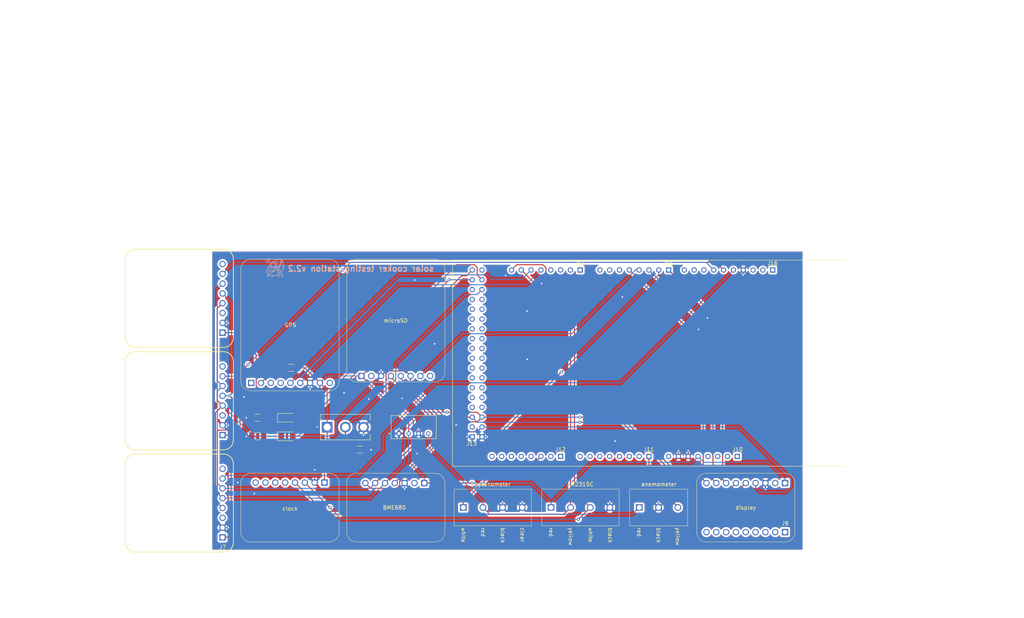
<source format=kicad_pcb>
(kicad_pcb (version 20240108) (generator "pcbnew") (generator_version "8.0")
  (layers (0 "F.Cu" signal) (31 "B.Cu" signal) (34 "B.Paste" user) (35 "F.Paste" user) (36 "B.SilkS" user "B.Silkscreen") (37 "F.SilkS" user "F.Silkscreen") (38 "B.Mask" user) (39 "F.Mask" user) (44 "Edge.Cuts" user))
  (net 0 "")
  (net 1 "Net-(D1-K)")
  (net 2 "GND")
  (net 3 "Net-(D2-K)")
  (net 4 "/D4")
  (net 5 "/MISO")
  (net 6 "/MOSI")
  (net 7 "/SCK")
  (net 8 "+5V")
  (net 9 "/SDA")
  (net 10 "/SCL")
  (net 11 "+9V")
  (net 12 "/A0")
  (net 13 "/D6")
  (net 14 "/D11")
  (net 15 "/D24")
  (net 16 "/D22")
  (net 17 "/D23")
  (net 18 "/A10")
  (net 73 "/D3")
  (net 74 "/D5")
  (net 75 "/D7")
  (net 76 "/D12")
  (net 77 "/D13")
  (net 78 "/RX1")
  (net 84 "/TX1")
  (net 86 "Net-(J6-EN)")
  (footprint "Resistor_SMD:R_1206_3216Metric_Pad1.30x1.75mm_HandSolder" (layer "F.Cu") (at 81.8625 123.045 180)
    (property "Reference" "R3" (hide yes))
    (property "Value" "150")
  )
  (footprint "custom_components:screw_terminal_3pin" (layer "F.Cu") (at 185.555 146.275)
    (property "Reference" "U1" (hide yes))
    (property "Value" "anemometer")
  )
  (footprint "LED_SMD:LED_1206_3216Metric_Pad1.42x1.75mm_HandSolder" (layer "F.Cu") (at 89.45 123.045)
    (property "Reference" "D1" (hide yes))
    (property "Value" "LED_GREEN")
  )
  (footprint "custom_components:BME680" (layer "F.Cu") (at 117.336 146.302949)
    (property "Reference" "J5" (hide yes))
    (property "Value" "BME680")
  )
  (footprint "LED_SMD:LED_1206_3216Metric_Pad1.42x1.75mm_HandSolder" (layer "F.Cu") (at 89.45 127.855)
    (property "Reference" "D2" (hide yes))
    (property "Value" "LED_RED")
  )
  (footprint "Resistor_SMD:R_1206_3216Metric_Pad1.30x1.75mm_HandSolder" (layer "F.Cu") (at 81.8625 127.855 180)
    (property "Reference" "R4" (hide yes))
    (property "Value" "150")
  )
  (footprint "custom_components:GPS" (layer "F.Cu") (at 90.34 99.0424)
    (property "Reference" "J6" (hide yes))
    (property "Value" "GPS")
  )
  (footprint "custom_components:Pt100" (layer "F.Cu") (at 61.091 92.135 -90)
    (property "Reference" "J1" (hide yes))
    (property "Value" "Pt100")
  )
  (footprint "custom_components:Pt100" (layer "F.Cu") (at 61.091 118.635 -90)
    (property "Reference" "J4" (hide yes))
    (property "Value" "Pt100")
  )
  (footprint "500SSP1S2M2QEA:SW_500SSP1S2M2QEA" (layer "F.Cu") (at 104.5375 125.475)
    (property "Reference" "S1" (hide yes))
    (property "Value" "500SSP1S2M2QEA")
  )
  (footprint "custom_components:display" (layer "F.Cu") (at 208.11 146.302949)
    (property "Reference" "J8" (hide yes))
    (property "Value" "display")
  )
  (footprint "TBA_1-0519:CONV_TBA_1-0519" (layer "F.Cu") (at 122.1975 125.475)
    (property "Reference" "PS1" (hide yes))
    (property "Value" "TBA_1-0519")
  )
  (footprint "custom_components:clock" (layer "F.Cu") (at 90.231051 146.575)
    (property "Reference" "J3" (hide yes))
    (property "Value" "clock")
  )
  (footprint "Resistor_SMD:R_1206_3216Metric_Pad1.30x1.75mm_HandSolder" (layer "F.Cu") (at 108.3 131.3 180)
    (property "Reference" "R2" (hide yes))
    (property "Value" "10k")
  )
  (footprint "Resistor_SMD:R_1206_3216Metric_Pad1.30x1.75mm_HandSolder" (layer "F.Cu") (at 90.55 110.125)
    (property "Reference" "R1" (hide yes))
    (property "Value" "10k")
  )
  (footprint "custom_components:microSD" (layer "F.Cu") (at 117.59 97.8994)
    (property "Reference" "J2" (hide yes))
    (property "Value" "microSD")
  )
  (footprint "custom_components:screw_terminal_4pin" (layer "F.Cu") (at 165.345 146.275)
    (property "Reference" "U2" (hide yes))
    (property "Value" "AM2315C")
  )
  (footprint "custom_components:Pt100" (layer "F.Cu") (at 61.091 145.135 -90)
    (property "Reference" "J7")
    (property "Value" "Pt100")
  )
  (footprint "custom_components:screw_terminal_4pin" (layer "F.Cu") (at 142.665 146.285)
    (property "Reference" "U3" (hide yes))
    (property "Value" "pyranometer")
  )
  (footprint "A000067:ARDUINO_A000067" (layer "B.Cu") (at 183.07 108.9194 90)
    (property "Reference" "A1" (hide yes))
    (property "Value" "A000067")
  )
  (footprint "custom_components:logo" (layer "B.Cu") (at 86.24 84.13 180)
    (property "Reference" "pic" (hide yes))
    (property "Value" "LOGO" (hide yes))
  )
  (gr_rect (start 70.1 80) (end 222.805 157.2) (stroke (width 0.1)) (fill none) (layer "Edge.Cuts"))
  (gr_text "solar cooker testing station v2.2" (at 127.59 85.31 0) (layer "B.SilkS") (effects (font (size 1.5 1.5) (thickness 0.3) (bold yes)) (justify left bottom mirror)))
  (gr_text "J14" (at 163.82 83.67 0) (layer "F.SilkS") (effects (font (size 1 1)) (justify left bottom)))
  (gr_text "J9" (at 217.32 151.01 0) (layer "F.SilkS") (effects (font (size 1 1)) (justify left bottom)))
  (gr_text "J11" (at 181.61 131.82 0) (layer "F.SilkS") (effects (font (size 1 1)) (justify left bottom)))
  (gr_text "J15" (at 186.62 83.67 0) (layer "F.SilkS") (effects (font (size 1 1)) (justify left bottom)))
  (gr_text "J13" (at 135.8 130.33 0) (layer "F.SilkS") (effects (font (size 1 1)) (justify left bottom)))
  (gr_text "J12" (at 158.76 131.82 0) (layer "F.SilkS") (effects (font (size 1 1)) (justify left bottom)))
  (gr_text "J10" (at 204.58 131.82 0) (layer "F.SilkS") (effects (font (size 1 1)) (justify left bottom)))
  (gr_text "J16" (at 213.61 83.67 0) (layer "F.SilkS") (effects (font (size 1 1)) (justify left bottom)))
  (segment (start 83.4125 123.045) (end 87.9625 123.045) (width 0.25) (layer "F.Cu") (net 1))
  (segment (start 96.593 136.507) (end 96.6 136.5) (width 0.25) (layer "F.Cu") (net 2))
  (segment (start 74.3755 98.485) (end 72.775 98.485) (width 0.25) (layer "F.Cu") (net 2))
  (segment (start 123.4675 126) (end 123.4675 127.125) (width 0.25) (layer "F.Cu") (net 2))
  (segment (start 193.23 131.58) (end 193.225 131.575) (width 0.25) (layer "F.Cu") (net 2))
  (segment (start 78.9 123.045) (end 80.3125 123.045) (width 0.25) (layer "F.Cu") (net 2))
  (segment (start 96.593 139.825949) (end 96.593 136.507) (width 0.25) (layer "F.Cu") (net 2))
  (segment (start 109.7625 131.3) (end 111.2 131.3) (width 0.25) (layer "F.Cu") (net 2))
  (segment (start 78.8 127.855) (end 80.3125 127.855) (width 0.25) (layer "F.Cu") (net 2))
  (segment (start 207.454 86.1) (end 207.454 84.7894) (width 0.25) (layer "F.Cu") (net 2))
  (segment (start 193.23 133.0494) (end 193.23 131.58) (width 0.25) (layer "F.Cu") (net 2))
  (segment (start 190.69 133.0494) (end 190.69 131.585) (width 0.25) (layer "F.Cu") (net 2))
  (segment (start 213.19 141.5655) (end 213.19 139.952949) (width 0.25) (layer "F.Cu") (net 2))
  (segment (start 190.69 131.585) (end 190.7 131.575) (width 0.25) (layer "F.Cu") (net 2))
  (via (at 193.225 131.575) (size 0.8) (drill 0.4) (layers "F.Cu" "B.Cu") (net 2))
  (via (at 151.5 95.4) (size 0.8) (drill 0.4) (layers "F.Cu" "B.Cu") (net 2))
  (via (at 150.285 144.8) (size 0.8) (drill 0.4) (layers "F.Cu" "B.Cu") (net 2))
  (via (at 104.2 116.6) (size 0.8) (drill 0.4) (layers "F.Cu" "B.Cu") (net 2))
  (via (at 119.2 118) (size 0.8) (drill 0.4) (layers "F.Cu" "B.Cu") (net 2))
  (via (at 176.2 91.8) (size 0.8) (drill 0.4) (layers "F.Cu" "B.Cu") (net 2))
  (via (at 78.9 123.045) (size 0.8) (drill 0.4) (layers "F.Cu" "B.Cu") (net 2))
  (via (at 96.6 136.5) (size 0.8) (drill 0.4) (layers "F.Cu" "B.Cu") (net 2))
  (via (at 213.19 141.5655) (size 0.8) (drill 0.4) (layers "F.Cu" "B.Cu") (net 2))
  (via (at 195.9 100.2) (size 0.8) (drill 0.4) (layers "F.Cu" "B.Cu") (net 2))
  (via (at 198.2 97.2) (size 0.8) (drill 0.4) (layers "F.Cu" "B.Cu") (net 2))
  (via (at 74.2755 98.485) (size 0.8) (drill 0.4) (layers "F.Cu" "B.Cu") (net 2))
  (via (at 74.2755 124.985) (size 0.8) (drill 0.4) (layers "F.Cu" "B.Cu") (net 2))
  (via (at 78.3 117.7) (size 0.8) (drill 0.4) (layers "F.Cu" "B.Cu") (net 2))
  (via (at 207.454 86.1) (size 0.8) (drill 0.4) (layers "F.Cu" "B.Cu") (net 2))
  (via (at 123.4675 125.9) (size 0.8) (drill 0.4) (layers "F.Cu" "B.Cu") (net 2))
  (via (at 174.3 129.1) (size 0.8) (drill 0.4) (layers "F.Cu" "B.Cu") (net 2))
  (via (at 119.876 141.5) (size 0.8) (drill 0.4) (layers "F.Cu" "B.Cu") (net 2))
  (via (at 141.3 127.9694) (size 0.8) (drill 0.4) (layers "F.Cu" "B.Cu") (net 2))
  (via (at 155.3 88.3) (size 0.8) (drill 0.4) (layers "F.Cu" "B.Cu") (net 2))
  (via (at 185.555 144.8) (size 0.8) (drill 0.4) (layers "F.Cu" "B.Cu") (net 2))
  (via (at 123.1 132.3) (size 0.8) (drill 0.4) (layers "F.Cu" "B.Cu") (net 2))
  (via (at 136 127.9694) (size 0.8) (drill 0.4) (layers "F.Cu" "B.Cu") (net 2))
  (via (at 111.2 131.3) (size 0.8) (drill 0.4) (layers "F.Cu" "B.Cu") (net 2))
  (via (at 109.2375 127.5375) (size 0.8) (drill 0.4) (layers "F.Cu" "B.Cu") (net 2))
  (via (at 95.42 115.6) (size 0.8) (drill 0.4) (layers "F.Cu" "B.Cu") (net 2))
  (via (at 81 142.7) (size 0.8) (drill 0.4) (layers "F.Cu" "B.Cu") (net 2))
  (via (at 118.4 125.9) (size 0.8) (drill 0.4) (layers "F.Cu" "B.Cu") (net 2))
  (via (at 78.9 127.855) (size 0.8) (drill 0.4) (layers "F.Cu" "B.Cu") (net 2))
  (via (at 133.2 124.9) (size 0.8) (drill 0.4) (layers "F.Cu" "B.Cu") (net 2))
  (via (at 151.6 107.9) (size 0.8) (drill 0.4) (layers "F.Cu" "B.Cu") (net 2))
  (via (at 127.6 103.9) (size 0.8) (drill 0.4) (layers "F.Cu" "B.Cu") (net 2))
  (via (at 172.965 144.8) (size 0.8) (drill 0.4) (layers "F.Cu" "B.Cu") (net 2))
  (via (at 110.6 118.2) (size 0.8) (drill 0.4) (layers "F.Cu" "B.Cu") (net 2))
  (via (at 190.7 131.575) (size 0.8) (drill 0.4) (layers "F.Cu" "B.Cu") (net 2))
  (via (at 113.78 110.7) (size 0.8) (drill 0.4) (layers "F.Cu" "B.Cu") (net 2))
  (via (at 145.205 144.8) (size 0.8) (drill 0.4) (layers "F.Cu" "B.Cu") (net 2))
  (via (at 74.2755 151.485) (size 0.8) (drill 0.4) (layers "F.Cu" "B.Cu") (net 2))
  (via (at 122.5 87.4) (size 0.8) (drill 0.4) (layers "F.Cu" "B.Cu") (net 2))
  (via (at 146 86.2) (size 0.8) (drill 0.4) (layers "F.Cu" "B.Cu") (net 2))
  (via (at 76.7 139.8) (size 0.8) (drill 0.4) (layers "F.Cu" "B.Cu") (net 2))
  (segment (start 109.2375 127.5375) (end 109.2375 125.475) (width 0.25) (layer "B.Cu") (net 2))
  (segment (start 172.965 144.8) (end 172.965 146.275) (width 0.25) (layer "B.Cu") (net 2))
  (segment (start 95.42 115.6) (end 95.42 114.0284) (width 0.25) (layer "B.Cu") (net 2))
  (segment (start 141.3 127.9694) (end 139.89 127.9694) (width 0.25) (layer "B.Cu") (net 2))
  (segment (start 150.285 144.8) (end 150.285 146.285) (width 0.25) (layer "B.Cu") (net 2))
  (segment (start 145.205 144.8) (end 145.205 146.285) (width 0.25) (layer "B.Cu") (net 2))
  (segment (start 136 127.9694) (end 137.35 127.9694) (width 0.25) (layer "B.Cu") (net 2))
  (segment (start 113.78 110.7) (end 113.78 112.225) (width 0.25) (layer "B.Cu") (net 2))
  (segment (start 185.555 144.8) (end 185.555 146.275) (width 0.25) (layer "B.Cu") (net 2))
  (segment (start 74.2755 151.485) (end 72.775 151.485) (width 0.25) (layer "B.Cu") (net 2))
  (segment (start 118.4 127.1125) (end 118.3875 127.125) (width 0.25) (layer "B.Cu") (net 2))
  (segment (start 118.4 125.9) (end 118.4 127.1125) (width 0.25) (layer "B.Cu") (net 2))
  (segment (start 119.876 141.5) (end 119.876 139.952949) (width 0.25) (layer "B.Cu") (net 2))
  (segment (start 74.3755 124.985) (end 72.775 124.985) (width 0.25) (layer "B.Cu") (net 2))
  (segment (start 83.4125 127.855) (end 87.9625 127.855) (width 0.25) (layer "F.Cu") (net 3))
  (segment (start 163.05 101.3) (end 179.5606 84.7894) (width 0.25) (layer "B.Cu") (net 4))
  (segment (start 134.865 101.3) (end 163.05 101.3) (width 0.25) (layer "B.Cu") (net 4))
  (segment (start 179.5606 84.7894) (end 180.53 84.7894) (width 0.25) (layer "B.Cu") (net 4))
  (segment (start 123.94 112.225) (end 134.865 101.3) (width 0.25) (layer "B.Cu") (net 4))
  (segment (start 130.8 121.625) (end 138.6256 121.625) (width 0.25) (layer "F.Cu") (net 5))
  (segment (start 175.9625 122.9) (end 194.5625 141.5) (width 0.25) (layer "F.Cu") (net 5))
  (segment (start 74.6 117.3) (end 75.1 117.8) (width 0.25) (layer "F.Cu") (net 5))
  (segment (start 118.86 112.225) (end 118.86 112.861396) (width 0.25) (layer "F.Cu") (net 5))
  (segment (start 165.2 122.9) (end 175.9625 122.9) (width 0.25) (layer "F.Cu") (net 5))
  (segment (start 194.5625 141.5) (end 204.022949 141.5) (width 0.25) (layer "F.Cu") (net 5))
  (segment (start 71.775 126.225) (end 71.4 126.6) (width 0.25) (layer "F.Cu") (net 5))
  (segment (start 75.1 117.8) (end 75.1 125.6) (width 0.25) (layer "F.Cu") (net 5))
  (segment (start 138.6256 121.625) (end 139.89 122.8894) (width 0.25) (layer "F.Cu") (net 5))
  (segment (start 71.4 126.6) (end 71.4 142.49) (width 0.25) (layer "F.Cu") (net 5))
  (segment (start 118.86 112.861396) (end 130.098604 124.1) (width 0.25) (layer "F.Cu") (net 5))
  (segment (start 74.475 126.225) (end 71.775 126.225) (width 0.25) (layer "F.Cu") (net 5))
  (segment (start 130.098604 124.1) (end 138.6794 124.1) (width 0.25) (layer "F.Cu") (net 5))
  (segment (start 204.022949 141.5) (end 205.57 139.952949) (width 0.25) (layer "F.Cu") (net 5))
  (segment (start 71.4 142.49) (end 72.775 143.865) (width 0.25) (layer "F.Cu") (net 5))
  (segment (start 138.6794 124.1) (end 139.89 122.8894) (width 0.25) (layer "F.Cu") (net 5))
  (segment (start 75.1 125.6) (end 74.475 126.225) (width 0.25) (layer "F.Cu") (net 5))
  (via (at 74.6 117.3) (size 0.8) (drill 0.4) (layers "F.Cu" "B.Cu") (net 5))
  (via (at 165.2 122.9) (size 0.8) (drill 0.4) (layers "F.Cu" "B.Cu") (net 5))
  (via (at 130.8 121.625) (size 0.8) (drill 0.4) (layers "F.Cu" "B.Cu") (net 5))
  (segment (start 74.6 117.3) (end 74.535 117.365) (width 0.25) (layer "B.Cu") (net 5))
  (segment (start 165.2 122.9) (end 165.1894 122.8894) (width 0.25) (layer "B.Cu") (net 5))
  (segment (start 119.8 126.4) (end 124.575 121.625) (width 0.25) (layer "B.Cu") (net 5))
  (segment (start 110.883949 143.865) (end 114.796 139.952949) (width 0.25) (layer "B.Cu") (net 5))
  (segment (start 74.6 117.3) (end 75.1 116.8) (width 0.25) (layer "B.Cu") (net 5))
  (segment (start 75.1 116.8) (end 75.1 93.19) (width 0.25) (layer "B.Cu") (net 5))
  (segment (start 72.775 143.865) (end 110.883949 143.865) (width 0.25) (layer "B.Cu") (net 5))
  (segment (start 75.1 93.19) (end 72.775 90.865) (width 0.25) (layer "B.Cu") (net 5))
  (segment (start 165.1894 122.8894) (end 139.89 122.8894) (width 0.25) (layer "B.Cu") (net 5))
  (segment (start 74.535 117.365) (end 72.775 117.365) (width 0.25) (layer "B.Cu") (net 5))
  (segment (start 124.575 121.625) (end 130.8 121.625) (width 0.25) (layer "B.Cu") (net 5))
  (segment (start 119.8 134.948949) (end 119.8 126.4) (width 0.25) (layer "B.Cu") (net 5))
  (segment (start 114.796 139.952949) (end 119.8 134.948949) (width 0.25) (layer "B.Cu") (net 5))
  (segment (start 205.762949 142.3) (end 208.11 139.952949) (width 0.25) (layer "F.Cu") (net 6))
  (segment (start 194.2 142.3) (end 205.762949 142.3) (width 0.25) (layer "F.Cu") (net 6))
  (segment (start 176.1 124.2) (end 194.2 142.3) (width 0.25) (layer "F.Cu") (net 6))
  (segment (start 122.15 123.75) (end 115.05 116.65) (width 0.25) (layer "F.Cu") (net 6))
  (segment (start 112.256 139.952949) (end 122.15 130.058949) (width 0.25) (layer "F.Cu") (net 6))
  (segment (start 115.05 111.675) (end 115.775 110.95) (width 0.25) (layer "F.Cu") (net 6))
  (segment (start 130.1894 122.8894) (end 137.35 122.8894) (width 0.25) (layer "F.Cu") (net 6))
  (segment (start 115.775 110.95) (end 120.125 110.95) (width 0.25) (layer "F.Cu") (net 6))
  (segment (start 121.4 114.1) (end 130.1894 122.8894) (width 0.25) (layer "F.Cu") (net 6))
  (segment (start 121.4 112.225) (end 121.4 114.1) (width 0.25) (layer "F.Cu") (net 6))
  (segment (start 164.8 124.2) (end 176.1 124.2) (width 0.25) (layer "F.Cu") (net 6))
  (segment (start 120.125 110.95) (end 121.4 112.225) (width 0.25) (layer "F.Cu") (net 6))
  (segment (start 115.05 116.65) (end 115.05 111.675) (width 0.25) (layer "F.Cu") (net 6))
  (segment (start 122.15 130.058949) (end 122.15 123.75) (width 0.25) (layer "F.Cu") (net 6))
  (via (at 165.2 124.2) (size 0.8) (drill 0.4) (layers "F.Cu" "B.Cu") (net 6))
  (segment (start 71.4 139.95) (end 72.775 141.325) (width 0.25) (layer "B.Cu") (net 6))
  (segment (start 71.4 113.45) (end 72.775 114.825) (width 0.25) (layer "B.Cu") (net 6))
  (segment (start 72.775 114.825) (end 71.4 116.2) (width 0.25) (layer "B.Cu") (net 6))
  (segment (start 110.883949 141.325) (end 112.256 139.952949) (width 0.25) (layer "B.Cu") (net 6))
  (segment (start 71.4 89.7) (end 71.4 113.45) (width 0.25) (layer "B.Cu") (net 6))
  (segment (start 138.6606 124.2) (end 137.35 122.8894) (width 0.25) (layer "B.Cu") (net 6))
  (segment (start 72.775 88.325) (end 71.4 89.7) (width 0.25) (layer "B.Cu") (net 6))
  (segment (start 164.8 124.2) (end 138.6606 124.2) (width 0.25) (layer "B.Cu") (net 6))
  (segment (start 72.775 141.325) (end 110.883949 141.325) (width 0.25) (layer "B.Cu") (net 6))
  (segment (start 71.4 116.2) (end 71.4 139.95) (width 0.25) (layer "B.Cu") (net 6))
  (segment (start 138.6194 126.7) (end 139.89 125.4294) (width 0.25) (layer "F.Cu") (net 7))
  (segment (start 130.5 126.7) (end 138.6194 126.7) (width 0.25) (layer "F.Cu") (net 7))
  (segment (start 71.4 118.53) (end 72.775 119.905) (width 0.25) (layer "F.Cu") (net 7))
  (segment (start 116.32 112.225) (end 116.32 112.52) (width 0.25) (layer "F.Cu") (net 7))
  (segment (start 70.95 121.73) (end 72.775 119.905) (width 0.25) (layer "F.Cu") (net 7))
  (segment (start 72.775 146.405) (end 70.95 144.58) (width 0.25) (layer "F.Cu") (net 7))
  (segment (start 70.95 144.58) (end 70.95 121.73) (width 0.25) (layer "F.Cu") (net 7))
  (segment (start 116.32 112.52) (end 130.5 126.7) (width 0.25) (layer "F.Cu") (net 7))
  (segment (start 72.775 93.405) (end 71.4 94.78) (width 0.25) (layer "F.Cu") (net 7))
  (segment (start 117.336 139.864) (end 130.5 126.7) (width 0.25) (layer "F.Cu") (net 7))
  (segment (start 117.336 139.952949) (end 117.336 139.864) (width 0.25) (layer "F.Cu") (net 7))
  (segment (start 71.4 94.78) (end 71.4 118.53) (width 0.25) (layer "F.Cu") (net 7))
  (segment (start 114.545 114) (end 116.32 112.225) (width 0.25) (layer "B.Cu") (net 7))
  (segment (start 210.65 141.05) (end 210.65 139.952949) (width 0.25) (layer "B.Cu") (net 7))
  (segment (start 206.2794 125.4294) (end 219.75 138.9) (width 0.25) (layer "B.Cu") (net 7))
  (segment (start 80.67 127.8) (end 101.625 127.8) (width 0.25) (layer "B.Cu") (net 7))
  (segment (start 139.89 125.4294) (end 206.2794 125.4294) (width 0.25) (layer "B.Cu") (net 7))
  (segment (start 219.75 138.9) (end 219.75 140.925) (width 0.25) (layer "B.Cu") (net 7))
  (segment (start 72.775 119.905) (end 80.67 127.8) (width 0.25) (layer "B.Cu") (net 7))
  (segment (start 218.375 142.3) (end 211.9 142.3) (width 0.25) (layer "B.Cu") (net 7))
  (segment (start 219.75 140.925) (end 218.375 142.3) (width 0.25) (layer "B.Cu") (net 7))
  (segment (start 211.9 142.3) (end 210.65 141.05) (width 0.25) (layer "B.Cu") (net 7))
  (segment (start 112.2 114) (end 114.545 114) (width 0.25) (layer "B.Cu") (net 7))
  (segment (start 102.225 127.2) (end 102.225 123.975) (width 0.25) (layer "B.Cu") (net 7))
  (segment (start 102.225 123.975) (end 112.2 114) (width 0.25) (layer "B.Cu") (net 7))
  (segment (start 101.625 127.8) (end 102.225 127.2) (width 0.25) (layer "B.Cu") (net 7))
  (segment (start 75 152.875) (end 75 127.525) (width 0.25) (layer "F.Cu") (net 8))
  (segment (start 120.9275 127.125) (end 120.9275 124.4525) (width 0.25) (layer "F.Cu") (net 8))
  (segment (start 108.7 112.225) (end 134.5996 86.3254) (width 0.25) (layer "F.Cu") (net 8))
  (segment (start 97.96 115.24) (end 97.96 114.0284) (width 0.25) (layer "F.Cu") (net 8))
  (segment (start 77.3 123) (end 81.475 118.825) (width 0.25) (layer "F.Cu") (net 8))
  (segment (start 120.9275 124.4525) (end 108.7 112.225) (width 0.25) (layer "F.Cu") (net 8))
  (segment (start 99.8375 125.475) (end 99.8375 133.7625) (width 0.25) (layer "F.Cu") (net 8))
  (segment (start 99.133 134.467) (end 99.133 139.825949) (width 0.25) (layer "F.Cu") (net 8))
  (segment (start 72.775 127.525) (end 75 127.525) (width 0.25) (layer "F.Cu") (net 8))
  (segment (start 75 127.525) (end 77.3 125.225) (width 0.25) (layer "F.Cu") (net 8))
  (segment (start 135.814 86.3254) (end 137.35 84.7894) (width 0.25) (layer "F.Cu") (net 8))
  (segment (start 94.0566 110.125) (end 97.96 114.0284) (width 0.25) (layer "F.Cu") (net 8))
  (segment (start 73.85 154.025) (end 75 152.875) (width 0.25) (layer "F.Cu") (net 8))
  (segment (start 81.475 118.825) (end 81.475 116.375) (width 0.25) (layer "F.Cu") (net 8))
  (segment (start 134.5996 86.3254) (end 135.814 86.3254) (width 0.25) (layer "F.Cu") (net 8))
  (segment (start 72.775 154.025) (end 73.85 154.025) (width 0.25) (layer "F.Cu") (net 8))
  (segment (start 72.775 101.025) (end 75.725 101.025) (width 0.25) (layer "F.Cu") (net 8))
  (segment (start 77.3 125.225) (end 77.3 123) (width 0.25) (layer "F.Cu") (net 8))
  (segment (start 81.475 118.825) (end 83.6 116.7) (width 0.25) (layer "F.Cu") (net 8))
  (segment (start 92.0125 110.125) (end 94.0566 110.125) (width 0.25) (layer "F.Cu") (net 8))
  (segment (start 83.6 116.7) (end 96.5 116.7) (width 0.25) (layer "F.Cu") (net 8))
  (segment (start 75.725 101.025) (end 81.475 106.775) (width 0.25) (layer "F.Cu") (net 8))
  (segment (start 99.8375 133.7625) (end 99.133 134.467) (width 0.25) (layer "F.Cu") (net 8))
  (segment (start 137.3 139.952949) (end 124.956 139.952949) (width 0.25) (layer "F.Cu") (net 8))
  (segment (start 96.5 116.7) (end 97.96 115.24) (width 0.25) (layer "F.Cu") (net 8))
  (segment (start 81.475 106.775) (end 81.475 116.375) (width 0.25) (layer "F.Cu") (net 8))
  (via (at 137.3 139.952949) (size 0.8) (drill 0.4) (layers "F.Cu" "B.Cu") (net 8))
  (segment (start 97.96 114.0284) (end 99.8375 115.9059) (width 0.25) (layer "B.Cu") (net 8))
  (segment (start 120.9275 134.4025) (end 120.9275 127.125) (width 0.25) (layer "B.Cu") (net 8))
  (segment (start 213.975 134.575) (end 197.2956 134.575) (width 0.25) (layer "B.Cu") (net 8))
  (segment (start 124.956 138.431) (end 120.9275 134.4025) (width 0.25) (layer "B.Cu") (net 8))
  (segment (start 97.96 114.0284) (end 99.7634 112.225) (width 0.25) (layer "B.Cu") (net 8))
  (segment (start 99.8375 115.9059) (end 99.8375 125.475) (width 0.25) (layer "B.Cu") (net 8))
  (segment (start 157.725 145.025) (end 157.725 146.275) (width 0.25) (layer "B.Cu") (net 8))
  (segment (start 218.27 139.952949) (end 218.27 138.87) (width 0.25) (layer "B.Cu") (net 8))
  (segment (start 137.302949 139.95) (end 152.65 139.95) (width 0.25) (layer "B.Cu") (net 8))
  (segment (start 124.956 139.952949) (end 124.956 138.431) (width 0.25) (layer "B.Cu") (net 8))
  (segment (start 137.3 139.952949) (end 137.302949 139.95) (width 0.25) (layer "B.Cu") (net 8))
  (segment (start 194.2444 134.575) (end 195.77 133.0494) (width 0.25) (layer "B.Cu") (net 8))
  (segment (start 157.725 145.075) (end 168.225 134.575) (width 0.25) (layer "B.Cu") (net 8))
  (segment (start 168.225 134.575) (end 194.2444 134.575) (width 0.25) (layer "B.Cu") (net 8))
  (segment (start 152.65 139.95) (end 157.725 145.025) (width 0.25) (layer "B.Cu") (net 8))
  (segment (start 157.725 146.275) (end 157.725 145.075) (width 0.25) (layer "B.Cu") (net 8))
  (segment (start 218.27 138.87) (end 213.975 134.575) (width 0.25) (layer "B.Cu") (net 8))
  (segment (start 197.2956 134.575) (end 195.77 133.0494) (width 0.25) (layer "B.Cu") (net 8))
  (segment (start 99.7634 112.225) (end 108.7 112.225) (width 0.25) (layer "B.Cu") (net 8))
  (segment (start 99.712051 148.025) (end 161.055 148.025) (width 0.25) (layer "F.Cu") (net 9))
  (segment (start 161.055 148.025) (end 162.805 146.275) (width 0.25) (layer "F.Cu") (net 9))
  (segment (start 162.8 146.27) (end 162.8 97.5394) (width 0.25) (layer "F.Cu") (net 9))
  (segment (start 162.805 146.275) (end 162.8 146.27) (width 0.25) (layer "F.Cu") (net 9))
  (segment (start 91.513 139.825949) (end 99.712051 148.025) (width 0.25) (layer "F.Cu") (net 9))
  (segment (start 162.8 97.5394) (end 150.05 84.7894) (width 0.25) (layer "F.Cu") (net 9))
  (segment (start 156.425 89.525) (end 156.425 84.225) (width 0.25) (layer "F.Cu") (net 10))
  (segment (start 148.8744 83.425) (end 147.51 84.7894) (width 0.25) (layer "F.Cu") (net 10))
  (segment (start 164.835 149.325) (end 167.885 146.275) (width 0.25) (layer "F.Cu") (net 10))
  (segment (start 155.625 83.425) (end 148.8744 83.425) (width 0.25) (layer "F.Cu") (net 10))
  (segment (start 94.053 139.825949) (end 100.502051 146.275) (width 0.25) (layer "F.Cu") (net 10))
  (segment (start 163.8 142.19) (end 163.8 96.9) (width 0.25) (layer "F.Cu") (net 10))
  (segment (start 100.502051 146.275) (end 100.55 146.275) (width 0.25) (layer "F.Cu") (net 10))
  (segment (start 156.425 84.225) (end 155.625 83.425) (width 0.25) (layer "F.Cu") (net 10))
  (segment (start 163.8 96.9) (end 156.425 89.525) (width 0.25) (layer "F.Cu") (net 10))
  (segment (start 167.885 146.275) (end 163.8 142.19) (width 0.25) (layer "F.Cu") (net 10))
  (via (at 164.835 149.325) (size 0.8) (drill 0.4) (layers "F.Cu" "B.Cu") (net 10))
  (via (at 100.55 146.275) (size 0.8) (drill 0.4) (layers "F.Cu" "B.Cu") (net 10))
  (segment (start 164.835 149.325) (end 103.6 149.325) (width 0.25) (layer "B.Cu") (net 10))
  (segment (start 103.6 149.325) (end 100.55 146.275) (width 0.25) (layer "B.Cu") (net 10))
  (segment (start 140.125 146.285) (end 140.125 144.675) (width 0.25) (layer "B.Cu") (net 11))
  (segment (start 141.865 148.025) (end 140.125 146.285) (width 0.25) (layer "B.Cu") (net 11))
  (segment (start 140.125 144.675) (end 126.0075 130.5575) (width 0.25) (layer "B.Cu") (net 11))
  (segment (start 180.475 146.275) (end 178.725 148.025) (width 0.25) (layer "B.Cu") (net 11))
  (segment (start 126.0075 130.5575) (end 126.0075 127.125) (width 0.25) (layer "B.Cu") (net 11))
  (segment (start 178.725 148.025) (end 141.865 148.025) (width 0.25) (layer "B.Cu") (net 11))
  (segment (start 183.07 133.0494) (end 183.07 138.71) (width 0.25) (layer "F.Cu") (net 12))
  (segment (start 183.07 138.71) (end 190.635 146.275) (width 0.25) (layer "F.Cu") (net 12))
  (segment (start 118.6 139.5) (end 118.6 140.525) (width 0.25) (layer "F.Cu") (net 13))
  (segment (start 160.35 111.25) (end 142.25 129.35) (width 0.25) (layer "F.Cu") (net 13))
  (segment (start 117.825 141.3) (end 111.063051 141.3) (width 0.25) (layer "F.Cu") (net 13))
  (segment (start 111.063051 141.3) (end 109.716 139.952949) (width 0.25) (layer "F.Cu") (net 13))
  (segment (start 128.75 129.35) (end 118.6 139.5) (width 0.25) (layer "F.Cu") (net 13))
  (segment (start 142.25 129.35) (end 128.75 129.35) (width 0.25) (layer "F.Cu") (net 13))
  (segment (start 118.6 140.525) (end 117.825 141.3) (width 0.25) (layer "F.Cu") (net 13))
  (via (at 160.35 111.25) (size 0.8) (drill 0.4) (layers "F.Cu" "B.Cu") (net 13))
  (segment (start 160.35 111.25) (end 185.61 85.99) (width 0.25) (layer "B.Cu") (net 13))
  (segment (start 185.61 85.99) (end 185.61 84.7894) (width 0.25) (layer "B.Cu") (net 13))
  (segment (start 75.7456 82.8144) (end 197.859 82.8144) (width 0.25) (layer "B.Cu") (net 14))
  (segment (start 72.775 85.785) (end 75.7456 82.8144) (width 0.25) (layer "B.Cu") (net 14))
  (segment (start 197.859 82.8144) (end 199.834 84.7894) (width 0.25) (layer "B.Cu") (net 14))
  (segment (start 104.5375 130.5375) (end 105.3 131.3) (width 0.25) (layer "F.Cu") (net 15))
  (segment (start 105.3 131.3) (end 106.8375 131.3) (width 0.25) (layer "F.Cu") (net 15))
  (segment (start 104.5375 125.475) (end 104.5375 130.5375) (width 0.25) (layer "F.Cu") (net 15))
  (segment (start 106.8 123.2) (end 107.7 123.2) (width 0.25) (layer "B.Cu") (net 15))
  (segment (start 104.5375 125.4625) (end 106.8 123.2) (width 0.25) (layer "B.Cu") (net 15))
  (segment (start 117.575 109.05) (end 135.475 91.15) (width 0.25) (layer "B.Cu") (net 15))
  (segment (start 135.475 91.15) (end 138.6094 91.15) (width 0.25) (layer "B.Cu") (net 15))
  (segment (start 107.7 123.2) (end 117.575 113.325) (width 0.25) (layer "B.Cu") (net 15))
  (segment (start 138.6094 91.15) (end 139.89 89.8694) (width 0.25) (layer "B.Cu") (net 15))
  (segment (start 117.575 113.325) (end 117.575 109.05) (width 0.25) (layer "B.Cu") (net 15))
  (segment (start 104.5375 125.475) (end 104.5375 125.4625) (width 0.25) (layer "B.Cu") (net 15))
  (segment (start 133.35 83.425) (end 137.875 83.425) (width 0.25) (layer "F.Cu") (net 16))
  (segment (start 138.625 86.0644) (end 139.89 87.3294) (width 0.25) (layer "F.Cu") (net 16))
  (segment (start 138.625 84.175) (end 138.625 86.0644) (width 0.25) (layer "F.Cu") (net 16))
  (segment (start 90.9375 123.045) (end 93.73 123.045) (width 0.25) (layer "F.Cu") (net 16))
  (segment (start 137.875 83.425) (end 138.625 84.175) (width 0.25) (layer "F.Cu") (net 16))
  (segment (start 93.73 123.045) (end 133.35 83.425) (width 0.25) (layer "F.Cu") (net 16))
  (segment (start 92.345 127.855) (end 96.8 123.4) (width 0.25) (layer "F.Cu") (net 17))
  (segment (start 90.9375 127.855) (end 92.345 127.855) (width 0.25) (layer "F.Cu") (net 17))
  (segment (start 96.8 123.4) (end 96.8 121.9) (width 0.25) (layer "F.Cu") (net 17))
  (segment (start 96.8 121.9) (end 131.375 87.325) (width 0.25) (layer "F.Cu") (net 17))
  (via (at 131.375 87.325) (size 0.8) (drill 0.4) (layers "F.Cu" "B.Cu") (net 17))
  (segment (start 131.3794 87.3294) (end 137.35 87.3294) (width 0.25) (layer "B.Cu") (net 17))
  (segment (start 131.375 87.325) (end 131.3794 87.3294) (width 0.25) (layer "B.Cu") (net 17))
  (segment (start 153.4794 134.7) (end 155.13 133.0494) (width 0.25) (layer "F.Cu") (net 18))
  (segment (start 135.045 144.955) (end 145.3 134.7) (width 0.25) (layer "F.Cu") (net 18))
  (segment (start 145.3 134.7) (end 153.4794 134.7) (width 0.25) (layer "F.Cu") (net 18))
  (segment (start 135.045 146.285) (end 135.045 144.955) (width 0.25) (layer "F.Cu") (net 18))
  (segment (start 197.1 139.102949) (end 197.1 103.8994) (width 0.25) (layer "F.Cu") (net 73))
  (segment (start 197.95 139.952949) (end 197.1 139.102949) (width 0.25) (layer "F.Cu") (net 73))
  (segment (start 197.1 103.8994) (end 177.99 84.7894) (width 0.25) (layer "F.Cu") (net 73))
  (segment (start 199.625 139.087949) (end 199.625 101.3444) (width 0.25) (layer "F.Cu") (net 74))
  (segment (start 200.49 139.952949) (end 199.625 139.087949) (width 0.25) (layer "F.Cu") (net 74))
  (segment (start 199.625 101.3444) (end 183.07 84.7894) (width 0.25) (layer "F.Cu") (net 74))
  (segment (start 202.125 98.7644) (end 188.15 84.7894) (width 0.25) (layer "F.Cu") (net 75))
  (segment (start 202.125 139.047949) (end 202.125 98.7644) (width 0.25) (layer "F.Cu") (net 75))
  (segment (start 203.03 139.952949) (end 202.125 139.047949) (width 0.25) (layer "F.Cu") (net 75))
  (segment (start 105.8356 82.8144) (end 200.399 82.8144) (width 0.25) (layer "F.Cu") (net 76))
  (segment (start 72.775 112.285) (end 76.34 112.285) (width 0.25) (layer "F.Cu") (net 76))
  (segment (start 76.34 112.285) (end 79.375 109.25) (width 0.25) (layer "F.Cu") (net 76))
  (segment (start 103.9 84.75) (end 105.8356 82.8144) (width 0.25) (layer "F.Cu") (net 76))
  (segment (start 200.399 82.8144) (end 202.374 84.7894) (width 0.25) (layer "F.Cu") (net 76))
  (via (at 79.375 109.25) (size 0.8) (drill 0.4) (layers "F.Cu" "B.Cu") (net 76))
  (via (at 103.9 84.75) (size 0.8) (drill 0.4) (layers "F.Cu" "B.Cu") (net 76))
  (segment (start 103.875 84.75) (end 103.9 84.75) (width 0.25) (layer "B.Cu") (net 76))
  (segment (start 79.375 109.25) (end 103.875 84.75) (width 0.25) (layer "B.Cu") (net 76))
  (segment (start 107.84 137.96) (end 114.3 131.5) (width 0.25) (layer "B.Cu") (net 77))
  (segment (start 114.3 131.5) (end 114.3 127.6) (width 0.25) (layer "B.Cu") (net 77))
  (segment (start 114.3 127.6) (end 127.9 114) (width 0.25) (layer "B.Cu") (net 77))
  (segment (start 175.7034 114) (end 204.914 84.7894) (width 0.25) (layer "B.Cu") (net 77))
  (segment (start 73.6 137.96) (end 107.84 137.96) (width 0.25) (layer "B.Cu") (net 77))
  (segment (start 127.9 114) (end 175.7034 114) (width 0.25) (layer "B.Cu") (net 77))
  (segment (start 72.775 138.785) (end 73.6 137.96) (width 0.25) (layer "B.Cu") (net 77))
  (segment (start 142.45 87.225) (end 150.1544 87.225) (width 0.25) (layer "B.Cu") (net 78))
  (segment (start 118.3184 86.05) (end 141.275 86.05) (width 0.25) (layer "B.Cu") (net 78))
  (segment (start 141.275 86.05) (end 142.45 87.225) (width 0.25) (layer "B.Cu") (net 78))
  (segment (start 150.1544 87.225) (end 152.59 84.7894) (width 0.25) (layer "B.Cu") (net 78))
  (segment (start 90.34 114.0284) (end 118.3184 86.05) (width 0.25) (layer "B.Cu") (net 78))
  (segment (start 118.3084 88.6) (end 151.3194 88.6) (width 0.25) (layer "B.Cu") (net 84))
  (segment (start 151.3194 88.6) (end 155.13 84.7894) (width 0.25) (layer "B.Cu") (net 84))
  (segment (start 92.88 114.0284) (end 118.3084 88.6) (width 0.25) (layer "B.Cu") (net 84))
  (segment (start 89.0875 110.125) (end 86.6234 110.125) (width 0.25) (layer "F.Cu") (net 86))
  (segment (start 86.6234 110.125) (end 82.72 114.0284) (width 0.25) (layer "F.Cu") (net 86))
  (zone (net 2) (net_name "GND") (layers "F&B.Cu") (connect_pads (clearance 0.5)) (min_thickness 0.25) (fill yes (thermal_gap 0.5) (thermal_bridge_width 0.5))
    (polygon (pts (xy 70.0846 79.96) (xy 222.8 80) (xy 222.8 157.2) (xy 70.1 157.2)))
  )
)
</source>
